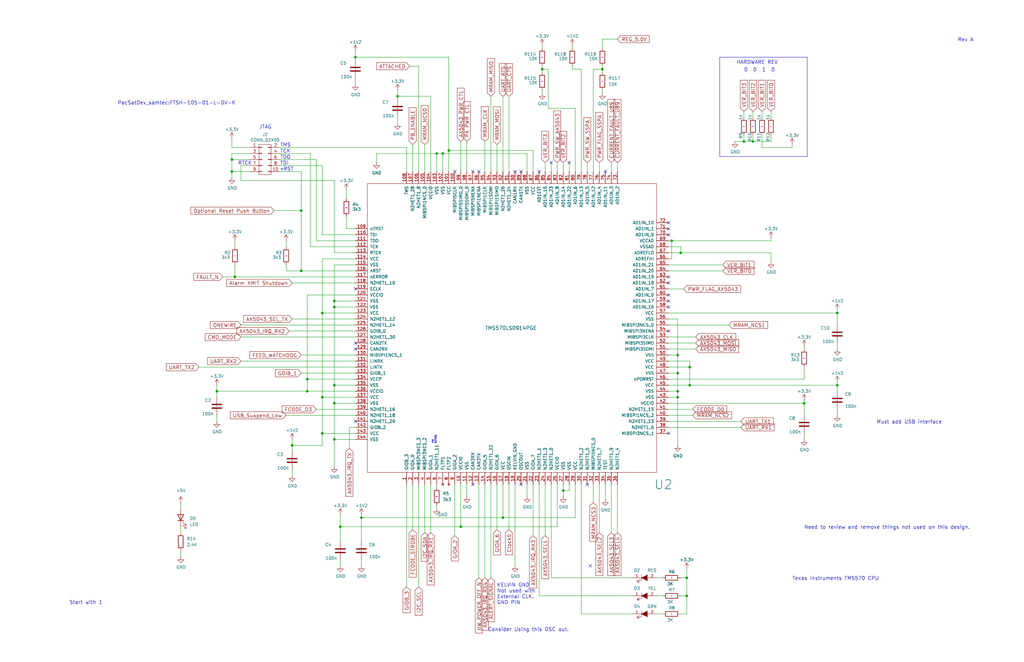
<source format=kicad_sch>
(kicad_sch (version 20230121) (generator eeschema)
  (paper "USLedger")
  (title_block (title "Radiation Tolerant PacSat Communication") (date "2023-06-17") (rev "1.1") (company "AMSAT-NA") (comment 1 "N5BRG"))
  (junction (at 129.54 165.1))
  (junction (at 140.97 170.18))
  (junction (at 194.31 222.25))
  (junction (at 285.75 165.1))
  (junction (at 313.69 59.69))
  (junction (at 140.97 162.56))
  (junction (at 152.4 218.44))
  (junction (at 189.23 63.5))
  (junction (at 285.75 157.48))
  (junction (at 353.06 132.08))
  (junction (at 97.79 67.31))
  (junction (at 143.51 222.25))
  (junction (at 285.75 149.86))
  (junction (at 129.54 160.02))
  (junction (at 287.02 106.68))
  (junction (at 228.6 29.21))
  (junction (at 184.15 64.77))
  (junction (at 99.06 116.84))
  (junction (at 290.83 154.94))
  (junction (at 289.56 251.46))
  (junction (at 149.86 24.13))
  (junction (at 289.56 243.84))
  (junction (at 140.97 127))
  (junction (at 212.09 218.44))
  (junction (at 167.64 40.64))
  (junction (at 237.49 207.01))
  (junction (at 135.89 132.08))
  (junction (at 91.44 165.1))
  (junction (at 353.06 162.56))
  (junction (at 135.89 167.64))
  (junction (at 127 88.9))
  (junction (at 135.89 182.88))
  (junction (at 339.09 170.18))
  (junction (at 140.97 129.54))
  (junction (at 317.5 59.69))
  (junction (at 285.75 167.64))
  (junction (at 127 114.3))
  (junction (at 140.97 185.42))
  (junction (at 186.69 64.77))
  (junction (at 97.79 72.39))
  (junction (at 123.19 187.96))
  (junction (at 283.21 101.6))
  (junction (at 290.83 162.56))
  (junction (at 254 29.21))
  (no_connect (at 281.94 96.52))
  (no_connect (at 281.94 124.46))
  (no_connect (at 191.77 72.39))
  (no_connect (at 232.41 68.58))
  (no_connect (at 281.94 139.7))
  (no_connect (at 199.39 204.47))
  (no_connect (at 199.39 72.39))
  (no_connect (at 281.94 129.54))
  (no_connect (at 281.94 182.88))
  (no_connect (at 227.33 72.39))
  (no_connect (at 219.71 204.47))
  (no_connect (at 281.94 127))
  (no_connect (at 217.17 72.39))
  (no_connect (at 149.86 144.78))
  (no_connect (at 149.86 177.8))
  (no_connect (at 219.71 72.39))
  (no_connect (at 281.94 119.38))
  (no_connect (at 281.94 99.06))
  (no_connect (at 149.86 147.32))
  (no_connect (at 201.93 72.39))
  (no_connect (at 248.92 238.76))
  (no_connect (at 281.94 116.84))
  (no_connect (at 255.27 72.39))
  (no_connect (at 149.86 121.92))
  (no_connect (at 247.65 204.47))
  (no_connect (at 281.94 93.98))
  (no_connect (at 240.03 68.58))
  (wire (pts (xy 245.11 259.08) (xy 266.7 259.08)))
  (wire (pts (xy 91.44 162.56) (xy 91.44 165.1)))
  (wire (pts (xy 285.75 165.1) (xy 281.94 165.1)))
  (wire (pts (xy 135.89 182.88) (xy 135.89 187.96)))
  (wire (pts (xy 129.54 124.46) (xy 129.54 160.02)))
  (wire (pts (xy 339.09 170.18) (xy 339.09 175.26)))
  (wire (pts (xy 133.35 101.6) (xy 133.35 67.31)))
  (wire (pts (xy 143.51 236.22) (xy 143.51 238.76)))
  (wire (pts (xy 232.41 68.58) (xy 232.41 72.39)))
  (wire (pts (xy 91.44 175.26) (xy 91.44 177.8)))
  (wire (pts (xy 140.97 170.18) (xy 149.86 170.18)))
  (wire (pts (xy 353.06 132.08) (xy 353.06 137.16)))
  (wire (pts (xy 252.73 204.47) (xy 252.73 224.79)))
  (wire (pts (xy 281.94 175.26) (xy 292.1 175.26)))
  (wire (pts (xy 152.4 217.17) (xy 152.4 218.44)))
  (wire (pts (xy 120.65 101.6) (xy 120.65 104.14)))
  (wire (pts (xy 140.97 127) (xy 149.86 127)))
  (wire (pts (xy 101.6 137.16) (xy 149.86 137.16)))
  (wire (pts (xy 285.75 149.86) (xy 285.75 157.48)))
  (wire (pts (xy 194.31 222.25) (xy 234.95 222.25)))
  (wire (pts (xy 149.86 109.22) (xy 135.89 109.22)))
  (wire (pts (xy 143.51 222.25) (xy 143.51 228.6)))
  (wire (pts (xy 127 88.9) (xy 127 72.39)))
  (wire (pts (xy 127 72.39) (xy 118.11 72.39)))
  (wire (pts (xy 353.06 130.81) (xy 353.06 132.08)))
  (wire (pts (xy 140.97 76.2) (xy 101.6 76.2)))
  (wire (pts (xy 317.5 59.69) (xy 325.12 59.69)))
  (wire (pts (xy 123.19 187.96) (xy 123.19 190.5)))
  (wire (pts (xy 228.6 29.21) (xy 228.6 30.48)))
  (wire (pts (xy 97.79 62.23) (xy 97.79 58.42)))
  (wire (pts (xy 281.94 180.34) (xy 312.42 180.34)))
  (wire (pts (xy 101.6 142.24) (xy 149.86 142.24)))
  (wire (pts (xy 101.6 76.2) (xy 101.6 69.85)))
  (wire (pts (xy 146.05 96.52) (xy 149.86 96.52)))
  (wire (pts (xy 152.4 218.44) (xy 152.4 228.6)))
  (wire (pts (xy 204.47 243.84) (xy 204.47 204.47)))
  (wire (pts (xy 290.83 152.4) (xy 281.94 152.4)))
  (wire (pts (xy 287.02 243.84) (xy 289.56 243.84)))
  (wire (pts (xy 281.94 177.8) (xy 312.42 177.8)))
  (wire (pts (xy 133.35 67.31) (xy 118.11 67.31)))
  (wire (pts (xy 158.75 64.77) (xy 158.75 68.58)))
  (wire (pts (xy 252.73 68.58) (xy 252.73 72.39)))
  (wire (pts (xy 91.44 165.1) (xy 91.44 167.64)))
  (wire (pts (xy 212.09 218.44) (xy 242.57 218.44)))
  (wire (pts (xy 176.53 27.94) (xy 172.72 27.94)))
  (wire (pts (xy 129.54 124.46) (xy 149.86 124.46)))
  (wire (pts (xy 234.95 68.58) (xy 234.95 72.39)))
  (wire (pts (xy 247.65 68.58) (xy 247.65 72.39)))
  (wire (pts (xy 143.51 222.25) (xy 194.31 222.25)))
  (wire (pts (xy 229.87 204.47) (xy 229.87 226.06)))
  (wire (pts (xy 105.41 62.23) (xy 97.79 62.23)))
  (wire (pts (xy 99.06 116.84) (xy 149.86 116.84)))
  (wire (pts (xy 228.6 27.94) (xy 228.6 29.21)))
  (wire (pts (xy 234.95 222.25) (xy 234.95 204.47)))
  (wire (pts (xy 276.86 259.08) (xy 279.4 259.08)))
  (wire (pts (xy 135.89 187.96) (xy 123.19 187.96)))
  (wire (pts (xy 201.93 204.47) (xy 201.93 243.84)))
  (wire (pts (xy 260.35 204.47) (xy 260.35 224.79)))
  (wire (pts (xy 212.09 204.47) (xy 212.09 218.44)))
  (wire (pts (xy 353.06 144.78) (xy 353.06 147.32)))
  (wire (pts (xy 254 16.51) (xy 254 20.32)))
  (wire (pts (xy 304.8 114.3) (xy 281.94 114.3)))
  (wire (pts (xy 149.86 149.86) (xy 127 149.86)))
  (wire (pts (xy 149.86 152.4) (xy 101.6 152.4)))
  (wire (pts (xy 133.35 172.72) (xy 149.86 172.72)))
  (wire (pts (xy 250.19 29.21) (xy 254 29.21)))
  (wire (pts (xy 120.65 175.26) (xy 149.86 175.26)))
  (wire (pts (xy 207.01 72.39) (xy 207.01 40.64)))
  (wire (pts (xy 167.64 49.53) (xy 167.64 52.07)))
  (wire (pts (xy 191.77 204.47) (xy 191.77 226.06)))
  (wire (pts (xy 281.94 134.62) (xy 285.75 134.62)))
  (wire (pts (xy 127 114.3) (xy 127 88.9)))
  (polyline (pts (xy 340.36 24.13) (xy 303.53 24.13)))
  (wire (pts (xy 255.27 204.47) (xy 255.27 210.82)))
  (wire (pts (xy 281.94 121.92) (xy 288.29 121.92)))
  (wire (pts (xy 289.56 259.08) (xy 287.02 259.08)))
  (wire (pts (xy 140.97 111.76) (xy 140.97 127)))
  (wire (pts (xy 209.55 72.39) (xy 209.55 60.96)))
  (wire (pts (xy 240.03 207.01) (xy 240.03 204.47)))
  (wire (pts (xy 334.01 62.23) (xy 334.01 60.96)))
  (wire (pts (xy 257.81 204.47) (xy 257.81 224.79)))
  (wire (pts (xy 129.54 160.02) (xy 129.54 165.1)))
  (wire (pts (xy 222.25 64.77) (xy 222.25 72.39)))
  (wire (pts (xy 339.09 160.02) (xy 281.94 160.02)))
  (wire (pts (xy 339.09 146.05) (xy 339.09 147.32)))
  (wire (pts (xy 353.06 172.72) (xy 353.06 175.26)))
  (wire (pts (xy 245.11 72.39) (xy 245.11 29.21)))
  (wire (pts (xy 149.86 104.14) (xy 130.81 104.14)))
  (polyline (pts (xy 303.53 66.04) (xy 340.36 66.04)))
  (wire (pts (xy 209.55 204.47) (xy 209.55 223.52)))
  (wire (pts (xy 325.12 106.68) (xy 325.12 110.49)))
  (wire (pts (xy 179.07 224.79) (xy 179.07 204.47)))
  (wire (pts (xy 231.14 29.21) (xy 228.6 29.21)))
  (wire (pts (xy 99.06 111.76) (xy 99.06 116.84)))
  (wire (pts (xy 289.56 240.03) (xy 289.56 243.84)))
  (wire (pts (xy 97.79 72.39) (xy 105.41 72.39)))
  (wire (pts (xy 194.31 59.69) (xy 194.31 72.39)))
  (wire (pts (xy 281.94 147.32) (xy 293.37 147.32)))
  (wire (pts (xy 254 38.1) (xy 254 39.37)))
  (wire (pts (xy 281.94 111.76) (xy 304.8 111.76)))
  (wire (pts (xy 281.94 109.22) (xy 283.21 109.22)))
  (wire (pts (xy 281.94 137.16) (xy 307.34 137.16)))
  (wire (pts (xy 127 157.48) (xy 149.86 157.48)))
  (wire (pts (xy 309.88 59.69) (xy 313.69 59.69)))
  (wire (pts (xy 237.49 68.58) (xy 237.49 72.39)))
  (wire (pts (xy 173.99 60.96) (xy 173.99 72.39)))
  (wire (pts (xy 91.44 165.1) (xy 129.54 165.1)))
  (wire (pts (xy 123.19 119.38) (xy 149.86 119.38)))
  (wire (pts (xy 181.61 204.47) (xy 181.61 224.79)))
  (wire (pts (xy 237.49 207.01) (xy 240.03 207.01)))
  (wire (pts (xy 222.25 204.47) (xy 222.25 209.55)))
  (wire (pts (xy 140.97 185.42) (xy 149.86 185.42)))
  (wire (pts (xy 204.47 72.39) (xy 204.47 59.69)))
  (wire (pts (xy 325.12 59.69) (xy 325.12 57.15)))
  (wire (pts (xy 171.45 72.39) (xy 171.45 62.23)))
  (wire (pts (xy 149.86 132.08) (xy 135.89 132.08)))
  (wire (pts (xy 135.89 132.08) (xy 135.89 167.64)))
  (wire (pts (xy 97.79 64.77) (xy 97.79 67.31)))
  (wire (pts (xy 130.81 104.14) (xy 130.81 64.77)))
  (wire (pts (xy 135.89 109.22) (xy 135.89 132.08)))
  (wire (pts (xy 167.64 38.1) (xy 167.64 40.64)))
  (wire (pts (xy 241.3 27.94) (xy 241.3 29.21)))
  (wire (pts (xy 127 114.3) (xy 149.86 114.3)))
  (wire (pts (xy 121.92 139.7) (xy 149.86 139.7)))
  (wire (pts (xy 227.33 204.47) (xy 227.33 251.46)))
  (wire (pts (xy 149.86 33.02) (xy 149.86 35.56)))
  (wire (pts (xy 290.83 162.56) (xy 353.06 162.56)))
  (wire (pts (xy 152.4 236.22) (xy 152.4 238.76)))
  (wire (pts (xy 283.21 109.22) (xy 283.21 101.6)))
  (wire (pts (xy 99.06 101.6) (xy 99.06 104.14)))
  (wire (pts (xy 140.97 129.54) (xy 149.86 129.54)))
  (wire (pts (xy 130.81 64.77) (xy 118.11 64.77)))
  (wire (pts (xy 212.09 40.64) (xy 212.09 72.39)))
  (wire (pts (xy 281.94 162.56) (xy 290.83 162.56)))
  (wire (pts (xy 194.31 222.25) (xy 194.31 204.47)))
  (wire (pts (xy 158.75 64.77) (xy 184.15 64.77)))
  (wire (pts (xy 184.15 213.36) (xy 184.15 214.63)))
  (wire (pts (xy 140.97 162.56) (xy 140.97 170.18)))
  (wire (pts (xy 135.89 69.85) (xy 118.11 69.85)))
  (wire (pts (xy 189.23 24.13) (xy 189.23 63.5)))
  (wire (pts (xy 140.97 162.56) (xy 149.86 162.56)))
  (wire (pts (xy 290.83 152.4) (xy 290.83 154.94)))
  (wire (pts (xy 229.87 68.58) (xy 229.87 72.39)))
  (wire (pts (xy 97.79 67.31) (xy 97.79 72.39)))
  (wire (pts (xy 353.06 161.29) (xy 353.06 162.56)))
  (wire (pts (xy 325.12 101.6) (xy 325.12 100.33)))
  (wire (pts (xy 149.86 24.13) (xy 149.86 25.4)))
  (wire (pts (xy 285.75 157.48) (xy 281.94 157.48)))
  (wire (pts (xy 242.57 218.44) (xy 242.57 204.47)))
  (polyline (pts (xy 340.36 66.04) (xy 340.36 24.13)))
  (wire (pts (xy 285.75 157.48) (xy 285.75 165.1)))
  (wire (pts (xy 186.69 64.77) (xy 186.69 72.39)))
  (wire (pts (xy 224.79 63.5) (xy 189.23 63.5)))
  (wire (pts (xy 105.41 67.31) (xy 97.79 67.31)))
  (wire (pts (xy 143.51 217.17) (xy 143.51 222.25)))
  (wire (pts (xy 242.57 45.72) (xy 242.57 72.39)))
  (wire (pts (xy 321.31 62.23) (xy 334.01 62.23)))
  (wire (pts (xy 184.15 72.39) (xy 184.15 64.77)))
  (wire (pts (xy 135.89 167.64) (xy 149.86 167.64)))
  (wire (pts (xy 232.41 243.84) (xy 266.7 243.84)))
  (wire (pts (xy 140.97 129.54) (xy 140.97 162.56)))
  (wire (pts (xy 129.54 165.1) (xy 149.86 165.1)))
  (wire (pts (xy 292.1 172.72) (xy 281.94 172.72)))
  (wire (pts (xy 317.5 49.53) (xy 317.5 46.99)))
  (wire (pts (xy 276.86 243.84) (xy 279.4 243.84)))
  (wire (pts (xy 339.09 154.94) (xy 339.09 160.02)))
  (wire (pts (xy 285.75 167.64) (xy 281.94 167.64)))
  (wire (pts (xy 232.41 204.47) (xy 232.41 243.84)))
  (wire (pts (xy 214.63 204.47) (xy 214.63 223.52)))
  (wire (pts (xy 149.86 99.06) (xy 135.89 99.06)))
  (wire (pts (xy 281.94 132.08) (xy 353.06 132.08)))
  (wire (pts (xy 186.69 64.77) (xy 222.25 64.77)))
  (wire (pts (xy 167.64 40.64) (xy 167.64 41.91)))
  (wire (pts (xy 105.41 64.77) (xy 97.79 64.77)))
  (wire (pts (xy 228.6 38.1) (xy 228.6 39.37)))
  (wire (pts (xy 281.94 144.78) (xy 293.37 144.78)))
  (polyline (pts (xy 303.53 24.13) (xy 303.53 66.04)))
  (wire (pts (xy 245.11 29.21) (xy 241.3 29.21)))
  (wire (pts (xy 242.57 45.72) (xy 231.14 45.72)))
  (wire (pts (xy 189.23 63.5) (xy 189.23 72.39)))
  (wire (pts (xy 152.4 218.44) (xy 212.09 218.44)))
  (wire (pts (xy 135.89 167.64) (xy 135.89 182.88)))
  (wire (pts (xy 289.56 243.84) (xy 289.56 251.46)))
  (wire (pts (xy 353.06 162.56) (xy 353.06 165.1)))
  (wire (pts (xy 135.89 182.88) (xy 149.86 182.88)))
  (wire (pts (xy 285.75 167.64) (xy 285.75 187.96)))
  (wire (pts (xy 321.31 57.15) (xy 321.31 62.23)))
  (wire (pts (xy 231.14 45.72) (xy 231.14 29.21)))
  (wire (pts (xy 101.6 69.85) (xy 105.41 69.85)))
  (wire (pts (xy 171.45 62.23) (xy 118.11 62.23)))
  (wire (pts (xy 281.94 142.24) (xy 293.37 142.24)))
  (wire (pts (xy 149.86 111.76) (xy 140.97 111.76)))
  (wire (pts (xy 120.65 114.3) (xy 120.65 111.76)))
  (wire (pts (xy 290.83 154.94) (xy 281.94 154.94)))
  (wire (pts (xy 281.94 104.14) (xy 287.02 104.14)))
  (wire (pts (xy 241.3 19.05) (xy 241.3 20.32)))
  (wire (pts (xy 257.81 68.58) (xy 257.81 72.39)))
  (wire (pts (xy 140.97 106.68) (xy 140.97 76.2)))
  (wire (pts (xy 224.79 72.39) (xy 224.79 63.5)))
  (wire (pts (xy 76.2 212.09) (xy 76.2 214.63)))
  (wire (pts (xy 171.45 247.65) (xy 171.45 204.47)))
  (wire (pts (xy 76.2 232.41) (xy 76.2 234.95)))
  (wire (pts (xy 240.03 68.58) (xy 240.03 72.39)))
  (wire (pts (xy 289.56 251.46) (xy 287.02 251.46)))
  (wire (pts (xy 283.21 101.6) (xy 325.12 101.6)))
  (wire (pts (xy 228.6 19.05) (xy 228.6 20.32)))
  (wire (pts (xy 149.86 160.02) (xy 129.54 160.02)))
  (wire (pts (xy 196.85 204.47) (xy 196.85 209.55)))
  (wire (pts (xy 250.19 72.39) (xy 250.19 29.21)))
  (wire (pts (xy 287.02 106.68) (xy 325.12 106.68)))
  (wire (pts (xy 281.94 101.6) (xy 283.21 101.6)))
  (wire (pts (xy 140.97 170.18) (xy 140.97 185.42)))
  (wire (pts (xy 289.56 251.46) (xy 289.56 259.08)))
  (wire (pts (xy 173.99 223.52) (xy 173.99 204.47)))
  (wire (pts (xy 146.05 91.44) (xy 146.05 96.52)))
  (wire (pts (xy 281.94 170.18) (xy 339.09 170.18)))
  (wire (pts (xy 313.69 46.99) (xy 313.69 49.53)))
  (wire (pts (xy 123.19 185.42) (xy 123.19 187.96)))
  (wire (pts (xy 149.86 106.68) (xy 140.97 106.68)))
  (wire (pts (xy 290.83 154.94) (xy 290.83 162.56)))
  (wire (pts (xy 214.63 40.64) (xy 214.63 72.39)))
  (wire (pts (xy 224.79 226.06) (xy 224.79 204.47)))
  (wire (pts (xy 217.17 204.47) (xy 217.17 238.76)))
  (wire (pts (xy 285.75 165.1) (xy 285.75 167.64)))
  (wire (pts (xy 149.86 24.13) (xy 189.23 24.13)))
  (wire (pts (xy 339.09 182.88) (xy 339.09 185.42)))
  (wire (pts (xy 149.86 180.34) (xy 147.32 180.34)))
  (wire (pts (xy 276.86 251.46) (xy 279.4 251.46)))
  (wire (pts (xy 254 29.21) (xy 254 30.48)))
  (wire (pts (xy 313.69 59.69) (xy 317.5 59.69)))
  (wire (pts (xy 147.32 180.34) (xy 147.32 189.23)))
  (wire (pts (xy 184.15 204.47) (xy 184.15 205.74)))
  (wire (pts (xy 237.49 204.47) (xy 237.49 207.01)))
  (wire (pts (xy 227.33 251.46) (xy 266.7 251.46)))
  (wire (pts (xy 181.61 40.64) (xy 181.61 72.39)))
  (wire (pts (xy 184.15 64.77) (xy 186.69 64.77)))
  (wire (pts (xy 76.2 222.25) (xy 76.2 224.79)))
  (wire (pts (xy 167.64 40.64) (xy 181.61 40.64)))
  (wire (pts (xy 339.09 168.91) (xy 339.09 170.18)))
  (wire (pts (xy 281.94 106.68) (xy 287.02 106.68)))
  (wire (pts (xy 313.69 59.69) (xy 313.69 57.15)))
  (wire (pts (xy 176.53 27.94) (xy 176.53 72.39)))
  (wire (pts (xy 250.19 204.47) (xy 250.19 212.09)))
  (wire (pts (xy 237.49 207.01) (xy 237.49 209.55)))
  (wire (pts (xy 97.79 72.39) (xy 97.79 74.93)))
  (wire (pts (xy 245.11 204.47) (xy 245.11 259.08)))
  (wire (pts (xy 149.86 154.94) (xy 83.82 154.94)))
  (wire (pts (xy 254 27.94) (xy 254 29.21)))
  (wire (pts (xy 287.02 104.14) (xy 287.02 106.68)))
  (wire (pts (xy 135.89 99.06) (xy 135.89 69.85)))
  (wire (pts (xy 123.19 198.12) (xy 123.19 200.66)))
  (wire (pts (xy 321.31 49.53) (xy 321.31 46.99)))
  (wire (pts (xy 146.05 80.01) (xy 146.05 83.82)))
  (wire (pts (xy 260.35 68.58) (xy 260.35 72.39)))
  (wire (pts (xy 149.86 101.6) (xy 133.35 101.6)))
  (wire (pts (xy 179.07 72.39) (xy 179.07 60.96)))
  (wire (pts (xy 207.01 243.84) (xy 207.01 204.47)))
  (wire (pts (xy 115.57 88.9) (xy 127 88.9)))
  (wire (pts (xy 140.97 185.42) (xy 140.97 196.85)))
  (wire (pts (xy 140.97 127) (xy 140.97 129.54)))
  (wire (pts (xy 285.75 134.62) (xy 285.75 149.86)))
  (wire (pts (xy 93.98 116.84) (xy 99.06 116.84)))
  (wire (pts (xy 196.85 59.69) (xy 196.85 72.39)))
  (wire (pts (xy 176.53 204.47) (xy 176.53 247.65)))
  (wire (pts (xy 325.12 49.53) (xy 325.12 46.99)))
  (wire (pts (xy 120.65 114.3) (xy 127 114.3)))
  (wire (pts (xy 260.35 16.51) (xy 254 16.51)))
  (wire (pts (xy 317.5 57.15) (xy 317.5 59.69)))
  (wire (pts (xy 281.94 149.86) (xy 285.75 149.86)))
  (wire (pts (xy 149.86 21.59) (xy 149.86 24.13)))
  (wire (pts (xy 123.19 134.62) (xy 149.86 134.62)))
  (text "Texas Instruments TMS570 CPU" (at 334.01 245.11 0) (effects (font (size 1.524 1.524)) (justify left bottom)))
  (text "RTCK" (at 100.33 69.85 0) (effects (font (size 1.524 1.524)) (justify left bottom)))
  (text "PacSatDev_samtec:FTSH-105-01-L-DV-K" (at 49.53 44.45 0) (effects (font (size 1.524 1.524)) (justify left bottom)))
  (text "1" (at 321.31 30.48 0) (effects (font (size 1.524 1.524)) (justify left bottom)))
  (text "0" (at 313.69 30.48 0) (effects (font (size 1.524 1.524)) (justify left bottom)))
  (text "TCK" (at 118.11 64.77 0) (effects (font (size 1.524 1.524)) (justify left bottom)))
  (text "Rev A" (at 403.86 17.78 0) (effects (font (size 1.524 1.524)) (justify left bottom)))
  (text "nRST" (at 118.11 72.39 0) (effects (font (size 1.524 1.524)) (justify left bottom)))
  (text "Consider Using this OSC out." (at 205.74 266.7 0) (effects (font (size 1.524 1.524)) (justify left bottom)))
  (text "TDI" (at 118.11 69.85 0) (effects (font (size 1.524 1.524)) (justify left bottom)))
  (text "JTAG" (at 109.22 54.61 0) (effects (font (size 1.524 1.524)) (justify left bottom)))
  (text "Need to review and remove things not used on this design." (at 339.09 223.52 0) (effects (font (size 1.524 1.524)) (justify left bottom)))
  (text "Must add USB interface" (at 369.57 179.07 0) (effects (font (size 1.524 1.524)) (justify left bottom)))
  (text "HARDWARE REV" (at 310.515 27.305 0) (effects (font (size 1.524 1.524)) (justify left bottom)))
  (text "Start with 1" (at 29.21 255.27 0) (effects (font (size 1.524 1.524)) (justify left bottom)))
  (text "HW\nSENSE" (at 184.15 187.325 90) (effects (font (size 0.762 0.762)) (justify left bottom)))
  (text "0" (at 325.12 30.48 0) (effects (font (size 1.524 1.524)) (justify left bottom)))
  (text "0" (at 317.5 30.48 0) (effects (font (size 1.524 1.524)) (justify left bottom)))
  (text "KELVIN GND\nNot used with\nExternal CLK.\nGND PIN" (at 209.55 255.27 0) (effects (font (size 1.524 1.524)) (justify left bottom)))
  (text "TDO" (at 118.11 67.31 0) (effects (font (size 1.524 1.524)) (justify left bottom)))
  (text "TMS" (at 118.11 62.23 0) (effects (font (size 1.524 1.524)) (justify left bottom)))
  (global_label "FCODE_STROBE" (shape input) (at 173.99 223.52 270) (effects (font (size 1.524 1.524))) (property "Intersheetrefs" "${INTERSHEET_REFS}" (effects hide)))
  (global_label "VER_BIT2" (shape input) (at 237.49 68.58 90) (effects (font (size 1.524 1.524))) (property "Intersheetrefs" "${INTERSHEET_REFS}" (effects hide)))
  (global_label "UART_RX2" (shape input) (at 101.6 152.4 180) (effects (font (size 1.524 1.524))) (property "Intersheetrefs" "${INTERSHEET_REFS}" (effects hide)))
  (global_label "AX5043_IRQ_RX2" (shape input) (at 121.92 139.7 180) (effects (font (size 1.524 1.524))) (property "Intersheetrefs" "${INTERSHEET_REFS}" (effects hide)))
  (global_label "CMD_MODE" (shape input) (at 101.6 142.24 180) (effects (font (size 1.524 1.524))) (property "Intersheetrefs" "${INTERSHEET_REFS}" (effects hide)))
  (global_label "AX5043_SEL1" (shape input) (at 229.87 226.06 270) (effects (font (size 1.524 1.524))) (property "Intersheetrefs" "${INTERSHEET_REFS}" (effects hide)))
  (global_label "VER_BIT1" (shape input) (at 304.8 111.76 0) (effects (font (size 1.524 1.524))) (property "Intersheetrefs" "${INTERSHEET_REFS}" (effects hide)))
  (global_label "MRAM_NCS0" (shape input) (at 179.07 60.96 90) (effects (font (size 1.524 1.524))) (property "Intersheetrefs" "${INTERSHEET_REFS}" (effects hide)))
  (global_label "MRAM_MISO" (shape input) (at 207.01 40.64 90) (effects (font (size 1.524 1.524))) (property "Intersheetrefs" "${INTERSHEET_REFS}" (effects hide)))
  (global_label "VER_BIT0" (shape input) (at 304.8 114.3 0) (effects (font (size 1.524 1.524))) (property "Intersheetrefs" "${INTERSHEET_REFS}" (effects hide)))
  (global_label "AX5043_SEL2" (shape input) (at 252.73 224.79 270) (effects (font (size 1.524 1.524))) (property "Intersheetrefs" "${INTERSHEET_REFS}" (effects hide)))
  (global_label "ONEWIRE" (shape input) (at 101.6 137.16 180) (effects (font (size 1.524 1.524))) (property "Intersheetrefs" "${INTERSHEET_REFS}" (effects hide)))
  (global_label "UART_TX2" (shape input) (at 83.82 154.94 180) (effects (font (size 1.524 1.524))) (property "Intersheetrefs" "${INTERSHEET_REFS}" (effects hide)))
  (global_label "AX5043_IRQ_RX1" (shape input) (at 181.61 224.79 270) (effects (font (size 1.524 1.524))) (property "Intersheetrefs" "${INTERSHEET_REFS}" (effects hide)))
  (global_label "GIOA_6" (shape input) (at 209.55 223.52 270) (effects (font (size 1.524 1.524))) (property "Intersheetrefs" "${INTERSHEET_REFS}" (effects hide)))
  (global_label "AX5043 PWR CTL" (shape input) (at 194.31 59.69 90) (effects (font (size 1.524 1.524))) (property "Intersheetrefs" "${INTERSHEET_REFS}" (effects hide)))
  (global_label "PWR_FLAG_AX5043" (shape input) (at 288.29 121.92 0) (effects (font (size 1.524 1.524))) (property "Intersheetrefs" "${INTERSHEET_REFS}" (effects hide)))
  (global_label "PWR_SW_SSPA" (shape input) (at 247.65 68.58 90) (effects (font (size 1.524 1.524))) (property "Intersheetrefs" "${INTERSHEET_REFS}" (effects hide)))
  (global_label "AX5043_IRQ_RX4" (shape input) (at 204.47 243.84 270) (effects (font (size 1.524 1.524))) (property "Intersheetrefs" "${INTERSHEET_REFS}" (effects hide)))
  (global_label "FEED_WATCHDOG" (shape input) (at 127 149.86 180) (effects (font (size 1.524 1.524))) (property "Intersheetrefs" "${INTERSHEET_REFS}" (effects hide)))
  (global_label "ALERT_SIGNAL" (shape input) (at 207.01 243.84 270) (effects (font (size 1.524 1.524))) (property "Intersheetrefs" "${INTERSHEET_REFS}" (effects hide)))
  (global_label "AX5043_IRQ_TX" (shape input) (at 147.32 189.23 270) (effects (font (size 1.524 1.524))) (property "Intersheetrefs" "${INTERSHEET_REFS}" (effects hide)))
  (global_label "FAULT_N" (shape input) (at 93.98 116.84 180) (effects (font (size 1.524 1.524))) (property "Intersheetrefs" "${INTERSHEET_REFS}" (effects hide)))
  (global_label "USB_Suspend_Low" (shape input) (at 120.65 175.26 180) (effects (font (size 1.524 1.524))) (property "Intersheetrefs" "${INTERSHEET_REFS}" (effects hide)))
  (global_label "AX5043_SEL4" (shape input) (at 260.35 224.79 270) (effects (font (size 1.524 1.524))) (property "Intersheetrefs" "${INTERSHEET_REFS}" (effects hide)))
  (global_label "UART_TX1" (shape input) (at 312.42 177.8 0) (effects (font (size 1.524 1.524))) (property "Intersheetrefs" "${INTERSHEET_REFS}" (effects hide)))
  (global_label "CURRENT_FAULT_U89" (shape input) (at 260.35 68.58 90) (effects (font (size 1.524 1.524))) (property "Intersheetrefs" "${INTERSHEET_REFS}" (effects hide)))
  (global_label "MRAM_NCS2" (shape input) (at 292.1 175.26 0) (effects (font (size 1.524 1.524))) (property "Intersheetrefs" "${INTERSHEET_REFS}" (effects hide)))
  (global_label "MRAM_CLK" (shape input) (at 204.47 59.69 90) (effects (font (size 1.524 1.524))) (property "Intersheetrefs" "${INTERSHEET_REFS}" (effects hide)))
  (global_label "MRAM_NCS3" (shape input) (at 250.19 212.09 270) (effects (font (size 1.524 1.524))) (property "Intersheetrefs" "${INTERSHEET_REFS}" (effects hide)))
  (global_label "Optional Reset Push Button" (shape input) (at 115.57 88.9 180) (effects (font (size 1.524 1.524))) (property "Intersheetrefs" "${INTERSHEET_REFS}" (effects hide)))
  (global_label "AX5043_IRQ_RX3" (shape input) (at 224.79 226.06 270) (effects (font (size 1.524 1.524))) (property "Intersheetrefs" "${INTERSHEET_REFS}" (effects hide)))
  (global_label "GOIB_1" (shape input) (at 127 157.48 180) (effects (font (size 1.524 1.524))) (property "Intersheetrefs" "${INTERSHEET_REFS}" (effects hide)))
  (global_label "PWR_FLAG_SSPA" (shape input) (at 252.73 68.58 90) (effects (font (size 1.524 1.524))) (property "Intersheetrefs" "${INTERSHEET_REFS}" (effects hide)))
  (global_label "I2C_SDA" (shape input) (at 179.07 224.79 270) (effects (font (size 1.524 1.524))) (property "Intersheetrefs" "${INTERSHEET_REFS}" (effects hide)))
  (global_label "Alarm XMIT Shutdown" (shape input) (at 123.19 119.38 180) (effects (font (size 1.524 1.524))) (property "Intersheetrefs" "${INTERSHEET_REFS}" (effects hide)))
  (global_label "MRAM_MOSI" (shape input) (at 209.55 60.96 90) (effects (font (size 1.524 1.524))) (property "Intersheetrefs" "${INTERSHEET_REFS}" (effects hide)))
  (global_label "GIOA_2" (shape input) (at 191.77 226.06 270) (effects (font (size 1.524 1.524))) (property "Intersheetrefs" "${INTERSHEET_REFS}" (effects hide)))
  (global_label "GIOB_3" (shape input) (at 171.45 247.65 270) (effects (font (size 1.524 1.524))) (property "Intersheetrefs" "${INTERSHEET_REFS}" (effects hide)))
  (global_label "PB_ENABLE" (shape input) (at 173.99 60.96 90) (effects (font (size 1.524 1.524))) (property "Intersheetrefs" "${INTERSHEET_REFS}" (effects hide)))
  (global_label "VER_BIT3" (shape input) (at 313.69 46.99 90) (effects (font (size 1.524 1.524))) (property "Intersheetrefs" "${INTERSHEET_REFS}" (effects hide)))
  (global_label "UART_RX1" (shape input) (at 312.42 180.34 0) (effects (font (size 1.524 1.524))) (property "Intersheetrefs" "${INTERSHEET_REFS}" (effects hide)))
  (global_label "FCODE_D0" (shape input) (at 292.1 172.72 0) (effects (font (size 1.524 1.524))) (property "Intersheetrefs" "${INTERSHEET_REFS}" (effects hide)))
  (global_label "AX5043_SEL_TX" (shape input) (at 123.19 134.62 180) (effects (font (size 1.524 1.524))) (property "Intersheetrefs" "${INTERSHEET_REFS}" (effects hide)))
  (global_label "AX5043_SEL3" (shape input) (at 257.81 224.79 270) (effects (font (size 1.524 1.524))) (property "Intersheetrefs" "${INTERSHEET_REFS}" (effects hide)))
  (global_label "AX5043_CLK" (shape input) (at 293.37 142.24 0) (effects (font (size 1.524 1.524))) (property "Intersheetrefs" "${INTERSHEET_REFS}" (effects hide)))
  (global_label "VER_BIT3" (shape input) (at 229.87 68.58 90) (effects (font (size 1.524 1.524))) (property "Intersheetrefs" "${INTERSHEET_REFS}" (effects hide)))
  (global_label "ATTACHED" (shape input) (at 172.72 27.94 180) (effects (font (size 1.524 1.524))) (property "Intersheetrefs" "${INTERSHEET_REFS}" (effects hide)))
  (global_label "AX5043_MISO" (shape input) (at 293.37 147.32 0) (effects (font (size 1.524 1.524))) (property "Intersheetrefs" "${INTERSHEET_REFS}" (effects hide)))
  (global_label "REG_5.0V" (shape input) (at 260.35 16.51 0) (effects (font (size 1.524 1.524))) (property "Intersheetrefs" "${INTERSHEET_REFS}" (effects hide)))
  (global_label "MRAM_NCS1" (shape input) (at 307.34 137.16 0) (effects (font (size 1.524 1.524))) (property "Intersheetrefs" "${INTERSHEET_REFS}" (effects hide)))
  (global_label "UART_RTS" (shape input) (at 212.09 40.64 90) (effects (font (size 1.524 1.524))) (property "Intersheetrefs" "${INTERSHEET_REFS}" (effects hide)))
  (global_label "PA PWR CTL" (shape input) (at 196.85 59.69 90) (effects (font (size 1.524 1.524))) (property "Intersheetrefs" "${INTERSHEET_REFS}" (effects hide)))
  (global_label "UART_CTS" (shape input) (at 214.63 40.64 90) (effects (font (size 1.524 1.524))) (property "Intersheetrefs" "${INTERSHEET_REFS}" (effects hide)))
  (global_label "CURRENT_FAULT_U89" (shape input) (at 257.81 68.58 90) (effects (font (size 1.524 1.524))) (property "Intersheetrefs" "${INTERSHEET_REFS}" (effects hide)))
  (global_label "VER_BIT1" (shape input) (at 321.31 46.99 90) (effects (font (size 1.524 1.524))) (property "Intersheetrefs" "${INTERSHEET_REFS}" (effects hide)))
  (global_label "HW_POWER_OFF_N" (shape input) (at 201.93 243.84 270) (effects (font (size 1.524 1.524))) (property "Intersheetrefs" "${INTERSHEET_REFS}" (effects hide)))
  (global_label "Clock5" (shape input) (at 214.63 223.52 270) (effects (font (size 1.524 1.524))) (property "Intersheetrefs" "${INTERSHEET_REFS}" (effects hide)))
  (global_label "PWR_SW_AX5043" (shape input) (at 234.95 68.58 90) (effects (font (size 1.524 1.524))) (property "Intersheetrefs" "${INTERSHEET_REFS}" (effects hide)))
  (global_label "FCODE_D3" (shape input) (at 133.35 172.72 180) (effects (font (size 1.524 1.524))) (property "Intersheetrefs" "${INTERSHEET_REFS}" (effects hide)))
  (global_label "AX5043_MOSI" (shape input) (at 293.37 144.78 0) (effects (font (size 1.524 1.524))) (property "Intersheetrefs" "${INTERSHEET_REFS}" (effects hide)))
  (global_label "VER_BIT2" (shape input) (at 317.5 46.99 90) (effects (font (size 1.524 1.524))) (property "Intersheetrefs" "${INTERSHEET_REFS}" (effects hide)))
  (global_label "VER_BIT0" (shape input) (at 325.12 46.99 90) (effects (font (size 1.524 1.524))) (property "Intersheetrefs" "${INTERSHEET_REFS}" (effects hide)))
  (global_label "I2C_SCL" (shape input) (at 176.53 247.65 270) (effects (font (size 1.524 1.524))) (property "Intersheetrefs" "${INTERSHEET_REFS}" (effects hide)))
  (symbol (lib_id "PACSAT_ICs:TMS570LS0914PGE") (at 215.9 138.43 0) (unit 1)
    (property "Reference" "U2" (at 275.59 204.47 0) (effects (font (size 3.81 3.81)) (justify left)))
    (property "Value" "TMS570LS0914PGE" (at 204.47 138.43 0) (effects (font (size 1.524 1.524)) (justify left)))
    (property "Footprint" "PacSatDev_ti:TQFP-144_20x20mm_Pitch0.5mm" (effects hide))
  )
  (symbol (lib_id "power:GND") (at 196.85 209.55 0) (unit 1)
    (property "Reference" "#PWR023" (effects hide))
    (property "Value" "GND" (at 196.977 213.9442 0))
  )
  (symbol (lib_id "power:GND") (at 285.75 187.96 0) (unit 1)
    (property "Reference" "#PWR027" (effects hide))
    (property "Value" "GND" (at 285.877 192.3542 0))
  )
  (symbol (lib_id "Device:R") (at 120.65 107.95 0) (unit 1)
    (property "Reference" "R3" (at 116.205 106.68 0) (effects (justify left)))
    (property "Value" "3k3" (at 114.935 108.585 0) (effects (justify left)))
    (property "Footprint" "Resistor_SMD:R_0603_1608Metric_Pad0.98x0.95mm_HandSolder" (effects hide))
    (property "Datasheet" "~" (at 120.65 107.95 0))
  )
  (symbol (lib_id "power:GND") (at 140.97 196.85 0) (unit 1)
    (property "Reference" "#PWR011" (effects hide))
    (property "Value" "GND" (at 141.097 201.2442 0))
  )
  (symbol (lib_id "power:GND") (at 222.25 209.55 0) (unit 1)
    (property "Reference" "#PWR024" (effects hide))
    (property "Value" "GND" (at 222.377 213.9442 0))
  )
  (symbol (lib_id "power:GND") (at 237.49 209.55 0) (unit 1)
    (property "Reference" "#PWR025" (effects hide))
    (property "Value" "GND" (at 237.617 213.9442 0))
  )
  (symbol (lib_id "power:GND") (at 158.75 68.58 0) (unit 1)
    (property "Reference" "#PWR019" (effects hide))
    (property "Value" "GND" (at 158.877 72.9742 0))
  )
  (symbol (lib_id "Device:C") (at 353.06 168.91 0) (unit 1)
    (property "Reference" "C9" (at 357.505 166.37 0))
    (property "Value" "100n" (at 358.775 171.45 0))
    (property "Footprint" "Capacitor_SMD:C_0603_1608Metric_Pad1.08x0.95mm_HandSolder" (effects hide))
    (property "Datasheet" "~" (at 353.06 168.91 0))
  )
  (symbol (lib_id "power:GND") (at 353.06 175.26 0) (unit 1)
    (property "Reference" "#PWR049" (effects hide))
    (property "Value" "GND" (at 353.187 179.6542 0))
  )
  (symbol (lib_id "Device:C") (at 167.64 45.72 0) (unit 1)
    (property "Reference" "C7" (at 162.56 43.18 0))
    (property "Value" "100n" (at 163.83 48.895 0))
    (property "Footprint" "Capacitor_SMD:C_0603_1608Metric_Pad1.08x0.95mm_HandSolder" (effects hide))
    (property "Datasheet" "~" (at 167.64 45.72 0))
  )
  (symbol (lib_id "power:GND") (at 167.64 52.07 0) (unit 1)
    (property "Reference" "#PWR021" (effects hide))
    (property "Value" "GND" (at 167.767 56.4642 0))
  )
  (symbol (lib_id "Device:C") (at 339.09 179.07 0) (unit 1)
    (property "Reference" "C8" (at 334.01 176.53 0))
    (property "Value" "100n" (at 335.28 182.245 0))
    (property "Footprint" "Capacitor_SMD:C_0603_1608Metric_Pad1.08x0.95mm_HandSolder" (effects hide))
    (property "Datasheet" "~" (at 339.09 179.07 0))
  )
  (symbol (lib_id "power:GND") (at 339.09 185.42 0) (unit 1)
    (property "Reference" "#PWR041" (effects hide))
    (property "Value" "GND" (at 339.217 189.8142 0))
  )
  (symbol (lib_id "Device:C") (at 353.06 140.97 0) (unit 1)
    (property "Reference" "C10" (at 347.98 138.43 0))
    (property "Value" "100n" (at 349.25 144.145 0))
    (property "Footprint" "Capacitor_SMD:C_0603_1608Metric_Pad1.08x0.95mm_HandSolder" (effects hide))
    (property "Datasheet" "~" (at 353.06 140.97 0))
  )
  (symbol (lib_id "power:GND") (at 353.06 147.32 0) (unit 1)
    (property "Reference" "#PWR064" (effects hide))
    (property "Value" "GND" (at 353.187 151.7142 0))
  )
  (symbol (lib_id "Device:C") (at 149.86 29.21 0) (unit 1)
    (property "Reference" "C5" (at 144.78 26.67 0))
    (property "Value" "100n" (at 146.05 32.385 0))
    (property "Footprint" "Capacitor_SMD:C_0603_1608Metric_Pad1.08x0.95mm_HandSolder" (effects hide))
    (property "Datasheet" "~" (at 149.86 29.21 0))
  )
  (symbol (lib_id "power:GND") (at 149.86 35.56 0) (unit 1)
    (property "Reference" "#PWR016" (effects hide))
    (property "Value" "GND" (at 149.987 39.9542 0))
  )
  (symbol (lib_id "Device:C") (at 152.4 232.41 0) (unit 1)
    (property "Reference" "C6" (at 156.845 229.87 0))
    (property "Value" "100n" (at 158.115 234.95 0))
    (property "Footprint" "Capacitor_SMD:C_0603_1608Metric_Pad1.08x0.95mm_HandSolder" (effects hide))
    (property "Datasheet" "~" (at 152.4 232.41 0))
  )
  (symbol (lib_id "power:GND") (at 152.4 238.76 0) (unit 1)
    (property "Reference" "#PWR018" (effects hide))
    (property "Value" "GND" (at 152.527 243.1542 0))
  )
  (symbol (lib_id "Device:C") (at 143.51 232.41 0) (unit 1)
    (property "Reference" "C4" (at 138.43 229.87 0))
    (property "Value" "100n" (at 139.7 235.585 0))
    (property "Footprint" "Capacitor_SMD:C_0603_1608Metric_Pad1.08x0.95mm_HandSolder" (effects hide))
    (property "Datasheet" "~" (at 143.51 232.41 0))
  )
  (symbol (lib_id "power:GND") (at 143.51 238.76 0) (unit 1)
    (property "Reference" "#PWR013" (effects hide))
    (property "Value" "GND" (at 143.637 243.1542 0))
  )
  (symbol (lib_id "Device:C") (at 123.19 194.31 0) (unit 1)
    (property "Reference" "C3" (at 118.11 191.77 0))
    (property "Value" "100n" (at 119.38 197.485 0))
    (property "Footprint" "Capacitor_SMD:C_0603_1608Metric_Pad1.08x0.95mm_HandSolder" (effects hide))
    (property "Datasheet" "~" (at 123.19 194.31 0))
  )
  (symbol (lib_id "power:GND") (at 123.19 200.66 0) (unit 1)
    (property "Reference" "#PWR010" (effects hide))
    (property "Value" "GND" (at 123.317 205.0542 0))
  )
  (symbol (lib_id "Device:C") (at 91.44 171.45 0) (unit 1)
    (property "Reference" "C2" (at 86.36 168.91 0) (effects (justify left)))
    (property "Value" "100n" (at 87.63 174.625 0))
    (property "Footprint" "Capacitor_SMD:C_0603_1608Metric_Pad1.08x0.95mm_HandSolder" (effects hide))
    (property "Datasheet" "~" (at 91.44 171.45 0))
  )
  (symbol (lib_id "power:GND") (at 91.44 177.8 0) (unit 1)
    (property "Reference" "#PWR03" (effects hide))
    (property "Value" "GND" (at 91.567 182.1942 0))
  )
  (symbol (lib_id "PACSAT_DEV_misc:CONN_02X05") (at 111.76 67.31 0) (unit 1)
    (property "Reference" "J2" (at 111.76 56.769 0))
    (property "Value" "CONN_02X05" (at 111.76 59.0804 0))
    (property "Footprint" "PacSatDev_samtec:FTSH-105-01-L-DV-K" (effects hide))
  )
  (symbol (lib_id "power:GND") (at 97.79 74.93 0) (unit 1)
    (property "Reference" "#PWR05" (effects hide))
    (property "Value" "GND" (at 97.917 79.3242 0))
  )
  (symbol (lib_id "Device:R") (at 146.05 87.63 0) (unit 1)
    (property "Reference" "R4" (at 148.59 86.36 0) (effects (justify left)))
    (property "Value" "3k3" (at 148.59 88.265 0) (effects (justify left)))
    (property "Footprint" "Resistor_SMD:R_0603_1608Metric_Pad0.98x0.95mm_HandSolder" (effects hide))
    (property "Datasheet" "~" (at 146.05 87.63 0))
  )
  (symbol (lib_id "Device:R") (at 99.06 107.95 0) (unit 1)
    (property "Reference" "R2" (at 94.615 106.68 0) (effects (justify left)))
    (property "Value" "3k3" (at 93.345 108.585 0) (effects (justify left)))
    (property "Footprint" "Resistor_SMD:R_0603_1608Metric_Pad0.98x0.95mm_HandSolder" (effects hide))
    (property "Datasheet" "~" (at 99.06 107.95 0))
  )
  (symbol (lib_id "power:GND") (at 255.27 210.82 0) (unit 1)
    (property "Reference" "#PWR026" (effects hide))
    (property "Value" "GND" (at 255.397 215.2142 0))
  )
  (symbol (lib_id "power:GND") (at 325.12 110.49 0) (unit 1)
    (property "Reference" "#PWR031" (effects hide))
    (property "Value" "GND" (at 325.247 114.8842 0))
  )
  (symbol (lib_id "PACSAT_DEV_misc:LED") (at 271.78 243.84 0) (unit 1)
    (property "Reference" "D2" (at 268.605 240.665 0))
    (property "Value" "RED" (at 274.955 240.665 0))
    (property "Footprint" "LED_SMD:LED_0603_1608Metric_Pad1.05x0.95mm_HandSolder" (effects hide))
  )
  (symbol (lib_id "PACSAT_DEV_misc:LED") (at 271.78 251.46 0) (unit 1)
    (property "Reference" "D3" (at 268.605 248.285 0))
    (property "Value" "YEL" (at 274.955 248.285 0))
    (property "Footprint" "LED_SMD:LED_0603_1608Metric_Pad1.05x0.95mm_HandSolder" (effects hide))
  )
  (symbol (lib_id "PACSAT_DEV_misc:LED") (at 271.78 259.08 0) (unit 1)
    (property "Reference" "D4" (at 268.605 255.905 0))
    (property "Value" "GRN" (at 274.955 255.905 0))
    (property "Footprint" "LED_SMD:LED_0603_1608Metric_Pad1.05x0.95mm_HandSolder" (effects hide))
  )
  (symbol (lib_id "Device:R") (at 283.21 243.84 270) (unit 1)
    (property "Reference" "R6" (at 281.94 241.3 90) (effects (justify left)))
    (property "Value" "3K" (at 281.305 246.38 90) (effects (justify left)))
    (property "Footprint" "Resistor_SMD:R_0603_1608Metric_Pad0.98x0.95mm_HandSolder" (effects hide))
    (property "Datasheet" "~" (at 283.21 243.84 0))
  )
  (symbol (lib_id "Device:R") (at 283.21 251.46 270) (unit 1)
    (property "Reference" "R7" (at 281.94 248.92 90) (effects (justify left)))
    (property "Value" "3K" (at 281.305 254 90) (effects (justify left)))
    (property "Footprint" "Resistor_SMD:R_0603_1608Metric_Pad0.98x0.95mm_HandSolder" (effects hide))
    (property "Datasheet" "~" (at 283.21 251.46 0))
  )
  (symbol (lib_id "Device:R") (at 283.21 259.08 270) (unit 1)
    (property "Reference" "R8" (at 281.94 256.54 90) (effects (justify left)))
    (property "Value" "3K" (at 281.305 261.62 90) (effects (justify left)))
    (property "Footprint" "Resistor_SMD:R_0603_1608Metric_Pad0.98x0.95mm_HandSolder" (effects hide))
    (property "Datasheet" "~" (at 283.21 259.08 0))
  )
  (symbol (lib_id "Device:R") (at 339.09 151.13 0) (unit 1)
    (property "Reference" "R13" (at 333.375 149.86 0) (effects (justify left)))
    (property "Value" "3k3" (at 333.375 151.765 0) (effects (justify left)))
    (property "Footprint" "Resistor_SMD:R_0603_1608Metric_Pad0.98x0.95mm_HandSolder" (effects hide))
    (property "Datasheet" "~" (at 339.09 151.13 0))
  )
  (symbol (lib_id "power:GND") (at 184.15 214.63 0) (unit 1)
    (property "Reference" "#PWR022" (effects hide))
    (property "Value" "GND" (at 186.69 217.17 0))
  )
  (symbol (lib_id "power:GND") (at 309.88 59.69 0) (unit 1)
    (property "Reference" "#PWR029" (effects hide))
    (property "Value" "GND" (at 310.007 64.0842 0))
  )
  (symbol (lib_id "Device:R") (at 313.69 53.34 180) (unit 1)
    (property "Reference" "R9" (at 312.42 55.88 90) (effects (justify left)))
    (property "Value" "1k" (at 312.42 48.26 90) (effects (justify left)))
    (property "Footprint" "Resistor_SMD:R_0603_1608Metric_Pad0.98x0.95mm_HandSolder" (effects hide))
    (property "Datasheet" "~" (at 313.69 53.34 0))
  )
  (symbol (lib_id "Device:R") (at 317.5 53.34 180) (unit 1)
    (property "Reference" "R10" (at 316.23 55.88 90) (effects (justify left)))
    (property "Value" "1k" (at 316.23 48.26 90) (effects (justify left)))
    (property "Footprint" "Resistor_SMD:R_0603_1608Metric_Pad0.98x0.95mm_HandSolder" (effects hide))
    (property "Datasheet" "~" (at 317.5 53.34 0))
  )
  (symbol (lib_id "Device:R") (at 321.31 53.34 180) (unit 1)
    (property "Reference" "R11" (at 320.04 55.88 90) (effects (justify left)))
    (property "Value" "1k" (at 320.04 48.26 90) (effects (justify left)))
    (property "Footprint" "Resistor_SMD:R_0603_1608Metric_Pad0.98x0.95mm_HandSolder" (effects hide))
    (property "Datasheet" "~" (at 321.31 53.34 0))
  )
  (symbol (lib_id "Device:R") (at 325.12 53.34 180) (unit 1)
    (property "Reference" "R12" (at 323.85 55.88 90) (effects (justify left)))
    (property "Value" "1k" (at 323.85 48.26 90) (effects (justify left)))
    (property "Footprint" "Resistor_SMD:R_0603_1608Metric_Pad0.98x0.95mm_HandSolder" (effects hide))
    (property "Datasheet" "~" (at 325.12 53.34 0))
  )
  (symbol (lib_id "power:+3.3V") (at 97.79 58.42 0) (unit 1)
    (property "Reference" "#PWR04" (effects hide))
    (property "Value" "+3.3V" (at 97.79 54.61 0))
  )
  (symbol (lib_id "power:+3.3V") (at 289.56 240.03 0) (unit 1)
    (property "Reference" "#PWR028" (effects hide))
    (property "Value" "+3.3V" (at 289.56 236.22 0))
  )
  (symbol (lib_id "power:+1V2") (at 353.06 161.29 0) (unit 1)
    (property "Reference" "#PWR048" (effects hide))
    (property "Value" "+1V2" (at 353.06 157.48 0))
  )
  (symbol (lib_id "power:+3.3V") (at 325.12 100.33 0) (unit 1)
    (property "Reference" "#PWR030" (effects hide))
    (property "Value" "+3.3V" (at 325.12 96.52 0))
  )
  (symbol (lib_id "power:+3.3V") (at 91.44 162.56 0) (unit 1)
    (property "Reference" "#PWR02" (effects hide))
    (property "Value" "+3.3V" (at 91.44 158.75 0))
  )
  (symbol (lib_id "power:+3.3V") (at 99.06 101.6 0) (unit 1)
    (property "Reference" "#PWR06" (effects hide))
    (property "Value" "+3.3V" (at 99.06 97.79 0))
  )
  (symbol (lib_id "Device:R") (at 241.3 24.13 0) (unit 1)
    (property "Reference" "R118" (at 233.68 22.86 0) (effects (justify left)))
    (property "Value" "10K" (at 235.585 24.765 0) (effects (justify left)))
    (property "Footprint" "Resistor_SMD:R_0603_1608Metric_Pad0.98x0.95mm_HandSolder" (effects hide))
    (property "Datasheet" "~" (at 241.3 24.13 0))
  )
  (symbol (lib_id "power:GND") (at 254 39.37 0) (unit 1)
    (property "Reference" "#PWR0145" (effects hide))
    (property "Value" "GND" (at 254.127 43.7642 0))
  )
  (symbol (lib_id "Device:R") (at 254 24.13 0) (unit 1)
    (property "Reference" "R119" (at 246.38 22.86 0) (effects (justify left)))
    (property "Value" "10K" (at 248.285 24.765 0) (effects (justify left)))
    (property "Footprint" "Resistor_SMD:R_0603_1608Metric_Pad0.98x0.95mm_HandSolder" (effects hide))
    (property "Datasheet" "~" (at 254 24.13 0))
  )
  (symbol (lib_id "Device:R") (at 184.15 209.55 0) (unit 1)
    (property "Reference" "R5" (at 186.69 208.28 0) (effects (justify left)))
    (property "Value" "3k3" (at 186.69 210.82 0) (effects (justify left)))
    (property "Footprint" "Resistor_SMD:R_0603_1608Metric_Pad0.98x0.95mm_HandSolder" (effects hide))
    (property "Datasheet" "~" (at 184.15 209.55 0))
  )
  (symbol (lib_id "Device:R") (at 254 34.29 0) (unit 1)
    (property "Reference" "R117" (at 256.54 33.02 0) (effects (justify left)))
    (property "Value" "10K" (at 256.54 35.56 0) (effects (justify left)))
    (property "Footprint" "Resistor_SMD:R_0603_1608Metric_Pad0.98x0.95mm_HandSolder" (effects hide))
    (property "Datasheet" "~" (at 254 34.29 0))
  )
  (symbol (lib_id "Device:LED") (at 76.2 218.44 90) (unit 1)
    (property "Reference" "D5" (at 80.01 218.7575 90) (effects (justify right)))
    (property "Value" "LED" (at 80.01 221.2975 90) (effects (justify right)))
    (property "Footprint" "LED_SMD:LED_0603_1608Metric_Pad1.05x0.95mm_HandSolder" (effects hide))
  )
  (symbol (lib_id "power:+3.3V") (at 339.09 146.05 0) (unit 1)
    (property "Reference" "#PWR033" (effects hide))
    (property "Value" "+3.3V" (at 339.09 142.24 0))
  )
  (symbol (lib_id "power:+3.3V") (at 339.09 168.91 0) (unit 1)
    (property "Reference" "#PWR035" (effects hide))
    (property "Value" "+3.3V" (at 339.09 165.1 0))
  )
  (symbol (lib_id "power:GND") (at 228.6 39.37 0) (unit 1)
    (property "Reference" "#PWR0146" (effects hide))
    (property "Value" "GND" (at 228.727 43.7642 0))
  )
  (symbol (lib_id "Device:R") (at 228.6 34.29 0) (unit 1)
    (property "Reference" "R115" (at 220.98 33.02 0) (effects (justify left)))
    (property "Value" "10K" (at 222.885 34.925 0) (effects (justify left)))
    (property "Footprint" "Resistor_SMD:R_0603_1608Metric_Pad0.98x0.95mm_HandSolder" (effects hide))
    (property "Datasheet" "~" (at 228.6 34.29 0))
  )
  (symbol (lib_id "power:+3.3V") (at 120.65 101.6 0) (unit 1)
    (property "Reference" "#PWR08" (effects hide))
    (property "Value" "+3.3V" (at 120.65 97.79 0))
  )
  (symbol (lib_id "power:+1V2") (at 241.3 19.05 0) (unit 1)
    (property "Reference" "#PWR0142" (effects hide))
    (property "Value" "+1V2" (at 241.3 15.24 0))
  )
  (symbol (lib_id "power:GND") (at 76.2 234.95 0) (unit 1)
    (property "Reference" "#PWR0627" (effects hide))
    (property "Value" "GND" (at 76.327 239.3442 0))
  )
  (symbol (lib_id "power:GND") (at 217.17 238.76 0) (unit 1)
    (property "Reference" "#PWR07" (effects hide))
    (property "Value" "GND" (at 217.297 243.1542 0))
  )
  (symbol (lib_id "power:+5V") (at 76.2 212.09 0) (unit 1)
    (property "Reference" "#PWR0626" (effects hide))
    (property "Value" "+5V" (at 76.2 207.01 0))
  )
  (symbol (lib_id "Device:R") (at 76.2 228.6 0) (unit 1)
    (property "Reference" "R14" (at 78.74 227.33 0) (effects (justify left)))
    (property "Value" "2.4K" (at 78.74 229.87 0) (effects (justify left)))
    (property "Footprint" "Resistor_SMD:R_0603_1608Metric_Pad0.98x0.95mm_HandSolder" (effects hide))
  )
  (symbol (lib_id "Device:R") (at 228.6 24.13 0) (unit 1)
    (property "Reference" "R114" (at 220.98 22.86 0) (effects (justify left)))
    (property "Value" "10K" (at 222.885 24.765 0) (effects (justify left)))
    (property "Footprint" "Resistor_SMD:R_0603_1608Metric_Pad0.98x0.95mm_HandSolder" (effects hide))
    (property "Datasheet" "~" (at 228.6 24.13 0))
  )
  (symbol (lib_id "power:+1V2") (at 123.19 185.42 0) (unit 1)
    (property "Reference" "#PWR09" (effects hide))
    (property "Value" "+1V2" (at 123.19 181.61 0))
  )
  (symbol (lib_id "power:+3.3V") (at 143.51 217.17 0) (unit 1)
    (property "Reference" "#PWR012" (effects hide))
    (property "Value" "+3.3V" (at 143.51 213.36 0))
  )
  (symbol (lib_id "power:+3.3V") (at 334.01 60.96 0) (unit 1)
    (property "Reference" "#PWR032" (effects hide))
    (property "Value" "+3.3V" (at 334.01 57.15 0))
  )
  (symbol (lib_id "power:+1V2") (at 353.06 130.81 0) (unit 1)
    (property "Reference" "#PWR063" (effects hide))
    (property "Value" "+1V2" (at 353.06 127 0))
  )
  (symbol (lib_id "power:+1V2") (at 152.4 217.17 0) (unit 1)
    (property "Reference" "#PWR017" (effects hide))
    (property "Value" "+1V2" (at 152.4 213.36 0))
  )
  (symbol (lib_id "power:+3.3V") (at 167.64 38.1 0) (unit 1)
    (property "Reference" "#PWR020" (effects hide))
    (property "Value" "+3.3V" (at 167.64 34.29 0))
  )
  (symbol (lib_id "power:+1V2") (at 149.86 21.59 0) (unit 1)
    (property "Reference" "#PWR015" (effects hide))
    (property "Value" "+1V2" (at 149.86 17.78 0))
  )
  (symbol (lib_id "power:+3.3V") (at 146.05 80.01 0) (unit 1)
    (property "Reference" "#PWR014" (effects hide))
    (property "Value" "+3.3V" (at 146.05 76.2 0))
  )
  (symbol (lib_id "power:+3.3V") (at 228.6 19.05 0) (unit 1)
    (property "Reference" "#PWR0141" (effects hide))
    (property "Value" "+3.3V" (at 228.6 15.24 0))
  )
)
</source>
